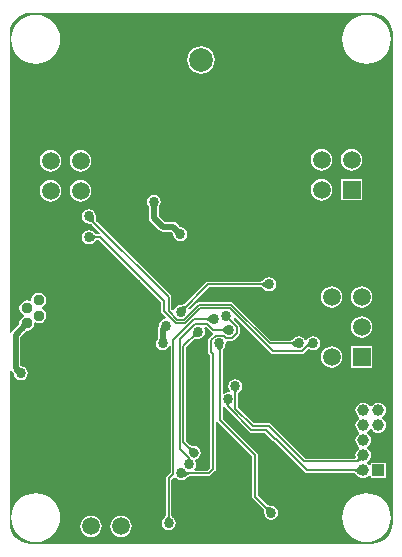
<source format=gbl>
G04 Layer_Physical_Order=2*
G04 Layer_Color=16711680*
%FSLAX24Y24*%
%MOIN*%
G70*
G01*
G75*
%ADD26C,0.0060*%
%ADD28C,0.0200*%
%ADD35R,0.0591X0.0591*%
%ADD36C,0.0591*%
%ADD37R,0.0591X0.0591*%
%ADD39C,0.0787*%
%ADD40C,0.0370*%
%ADD41C,0.0394*%
%ADD42R,0.0394X0.0394*%
%ADD43C,0.0340*%
%ADD44C,0.0320*%
%ADD45O,0.1102X0.0866*%
G36*
X-6029Y-344D02*
X-6172Y-487D01*
X-6173Y-486D01*
X-6175Y-484D01*
X-6198Y-460D01*
X-6244Y-413D01*
X-6103Y-272D01*
X-6029Y-344D01*
D02*
G37*
G36*
X-5809Y976D02*
X-5818Y976D01*
X-5827Y974D01*
X-5837Y970D01*
X-5847Y965D01*
X-5859Y958D01*
X-5871Y950D01*
X-5883Y940D01*
X-5910Y916D01*
X-5925Y902D01*
X-6066Y1044D01*
X-6052Y1058D01*
X-6019Y1098D01*
X-6010Y1110D01*
X-6004Y1121D01*
X-5999Y1132D01*
X-5995Y1142D01*
X-5993Y1151D01*
X-5992Y1160D01*
X-5809Y976D01*
D02*
G37*
G36*
X5840Y11489D02*
X5967Y11451D01*
X6084Y11389D01*
X6186Y11305D01*
X6270Y11202D01*
X6333Y11085D01*
X6371Y10959D01*
X6384Y10828D01*
X6384Y10827D01*
Y-5512D01*
X6384Y-5513D01*
X6371Y-5644D01*
X6333Y-5770D01*
X6270Y-5887D01*
X6186Y-5990D01*
X6084Y-6074D01*
X5967Y-6136D01*
X5840Y-6174D01*
X5710Y-6187D01*
X5709Y-6187D01*
X-5709D01*
X-5710Y-6187D01*
X-5840Y-6174D01*
X-5967Y-6136D01*
X-6084Y-6074D01*
X-6186Y-5990D01*
X-6270Y-5887D01*
X-6333Y-5770D01*
X-6371Y-5644D01*
X-6384Y-5513D01*
X-6384Y-5512D01*
Y-427D01*
X-6338Y-396D01*
X-6334Y-396D01*
X-6301Y-445D01*
X-6292Y-455D01*
X-6290Y-459D01*
X-6244Y-505D01*
X-6238Y-511D01*
X-6239Y-512D01*
X-6221Y-601D01*
X-6170Y-678D01*
X-6094Y-728D01*
X-6004Y-746D01*
X-5914Y-728D01*
X-5838Y-678D01*
X-5787Y-601D01*
X-5770Y-512D01*
X-5787Y-422D01*
X-5838Y-346D01*
X-5914Y-295D01*
X-6004Y-277D01*
X-6023Y-259D01*
Y715D01*
X-5884Y854D01*
X-5880Y856D01*
X-5866Y869D01*
X-5842Y890D01*
X-5832Y897D01*
X-5824Y903D01*
X-5817Y907D01*
X-5811Y910D01*
X-5808Y911D01*
X-5808Y911D01*
X-5804Y912D01*
X-5802Y913D01*
X-5711Y931D01*
X-5630Y985D01*
X-5576Y1066D01*
X-5557Y1161D01*
X-5558Y1163D01*
X-5516Y1191D01*
X-5509Y1186D01*
X-5413Y1167D01*
X-5318Y1186D01*
X-5237Y1241D01*
X-5183Y1322D01*
X-5164Y1417D01*
X-5183Y1513D01*
X-5237Y1594D01*
X-5317Y1648D01*
X-5318Y1653D01*
Y1694D01*
X-5317Y1699D01*
X-5237Y1752D01*
X-5183Y1834D01*
X-5164Y1929D01*
X-5183Y2025D01*
X-5237Y2106D01*
X-5318Y2160D01*
X-5413Y2179D01*
X-5509Y2160D01*
X-5590Y2106D01*
X-5644Y2025D01*
X-5663Y1929D01*
X-5663Y1927D01*
X-5704Y1899D01*
X-5711Y1904D01*
X-5807Y1923D01*
X-5903Y1904D01*
X-5984Y1850D01*
X-6038Y1769D01*
X-6057Y1673D01*
X-6038Y1578D01*
X-5984Y1497D01*
X-5904Y1443D01*
X-5903Y1438D01*
Y1397D01*
X-5904Y1392D01*
X-5984Y1338D01*
X-6038Y1257D01*
X-6056Y1166D01*
X-6057Y1165D01*
X-6057Y1161D01*
X-6057Y1160D01*
X-6058Y1157D01*
X-6061Y1152D01*
X-6065Y1145D01*
X-6070Y1137D01*
X-6100Y1102D01*
X-6113Y1089D01*
X-6115Y1085D01*
X-6301Y898D01*
X-6334Y849D01*
X-6338Y849D01*
X-6384Y880D01*
Y10827D01*
X-6384Y10828D01*
X-6371Y10959D01*
X-6333Y11085D01*
X-6270Y11202D01*
X-6186Y11305D01*
X-6084Y11389D01*
X-5967Y11451D01*
X-5840Y11489D01*
X-5710Y11502D01*
X-5709Y11502D01*
X5709D01*
X5710Y11502D01*
X5840Y11489D01*
D02*
G37*
%LPC*%
G36*
X-2673Y-5252D02*
X-2766Y-5264D01*
X-2852Y-5300D01*
X-2927Y-5357D01*
X-2984Y-5431D01*
X-3019Y-5517D01*
X-3032Y-5610D01*
X-3019Y-5703D01*
X-2984Y-5789D01*
X-2927Y-5864D01*
X-2852Y-5921D01*
X-2766Y-5956D01*
X-2673Y-5969D01*
X-2580Y-5956D01*
X-2494Y-5921D01*
X-2420Y-5864D01*
X-2363Y-5789D01*
X-2327Y-5703D01*
X-2315Y-5610D01*
X-2327Y-5517D01*
X-2363Y-5431D01*
X-2420Y-5357D01*
X-2494Y-5300D01*
X-2580Y-5264D01*
X-2673Y-5252D01*
D02*
G37*
G36*
X-1575Y5451D02*
X-1665Y5433D01*
X-1741Y5382D01*
X-1791Y5306D01*
X-1809Y5217D01*
X-1791Y5127D01*
X-1748Y5061D01*
X-1748Y5060D01*
X-1746Y5058D01*
X-1746Y5057D01*
X-1745Y5053D01*
X-1744Y5048D01*
X-1740Y4993D01*
X-1740Y4976D01*
X-1738Y4972D01*
Y4675D01*
X-1726Y4613D01*
X-1690Y4560D01*
X-1395Y4265D01*
X-1342Y4229D01*
X-1280Y4217D01*
X-1003D01*
X-978Y4192D01*
X-976Y4188D01*
X-952Y4162D01*
X-935Y4142D01*
X-929Y4135D01*
X-925Y4129D01*
X-923Y4125D01*
X-922Y4125D01*
X-922Y4122D01*
X-921Y4121D01*
X-906Y4044D01*
X-855Y3968D01*
X-779Y3917D01*
X-689Y3899D01*
X-599Y3917D01*
X-523Y3968D01*
X-472Y4044D01*
X-454Y4134D01*
X-472Y4224D01*
X-523Y4300D01*
X-599Y4351D01*
X-676Y4366D01*
X-677Y4367D01*
X-680Y4367D01*
X-680Y4368D01*
X-684Y4370D01*
X-689Y4373D01*
X-730Y4408D01*
X-742Y4420D01*
X-746Y4422D01*
X-820Y4495D01*
X-873Y4531D01*
X-935Y4543D01*
X-1212D01*
X-1412Y4743D01*
Y4972D01*
X-1410Y4976D01*
X-1409Y5010D01*
X-1407Y5037D01*
X-1406Y5046D01*
X-1405Y5053D01*
X-1403Y5057D01*
X-1403Y5058D01*
X-1402Y5060D01*
X-1402Y5061D01*
X-1358Y5127D01*
X-1340Y5217D01*
X-1358Y5306D01*
X-1409Y5382D01*
X-1485Y5433D01*
X-1575Y5451D01*
D02*
G37*
G36*
X-3673Y-5252D02*
X-3766Y-5264D01*
X-3852Y-5300D01*
X-3927Y-5357D01*
X-3984Y-5431D01*
X-4019Y-5517D01*
X-4032Y-5610D01*
X-4019Y-5703D01*
X-3984Y-5789D01*
X-3927Y-5864D01*
X-3852Y-5921D01*
X-3766Y-5956D01*
X-3673Y-5969D01*
X-3580Y-5956D01*
X-3494Y-5921D01*
X-3420Y-5864D01*
X-3363Y-5789D01*
X-3327Y-5703D01*
X-3315Y-5610D01*
X-3327Y-5517D01*
X-3363Y-5431D01*
X-3420Y-5357D01*
X-3494Y-5300D01*
X-3580Y-5264D01*
X-3673Y-5252D01*
D02*
G37*
G36*
X5512Y-4501D02*
X5353Y-4517D01*
X5200Y-4563D01*
X5060Y-4638D01*
X4936Y-4739D01*
X4835Y-4863D01*
X4760Y-5003D01*
X4714Y-5156D01*
X4698Y-5315D01*
X4714Y-5474D01*
X4760Y-5626D01*
X4835Y-5767D01*
X4936Y-5890D01*
X5060Y-5992D01*
X5200Y-6067D01*
X5353Y-6113D01*
X5512Y-6129D01*
X5671Y-6113D01*
X5823Y-6067D01*
X5964Y-5992D01*
X6087Y-5890D01*
X6189Y-5767D01*
X6264Y-5626D01*
X6310Y-5474D01*
X6326Y-5315D01*
X6310Y-5156D01*
X6264Y-5003D01*
X6189Y-4863D01*
X6087Y-4739D01*
X5964Y-4638D01*
X5823Y-4563D01*
X5671Y-4517D01*
X5512Y-4501D01*
D02*
G37*
G36*
X-3740Y4959D02*
X-3830Y4941D01*
X-3906Y4890D01*
X-3957Y4814D01*
X-3975Y4724D01*
X-3957Y4635D01*
X-3906Y4559D01*
X-3830Y4508D01*
X-3789Y4500D01*
X-3778Y4493D01*
X-3730Y4484D01*
X-3711Y4480D01*
X-3678Y4470D01*
X-3666Y4465D01*
X-3656Y4461D01*
X-3648Y4457D01*
X-3644Y4454D01*
X-3638Y4449D01*
X-3632Y4447D01*
X-3361Y4176D01*
X-3366Y4152D01*
X-3383Y4127D01*
X-3460D01*
X-3466Y4130D01*
X-3474Y4131D01*
X-3479Y4132D01*
X-3486Y4134D01*
X-3495Y4138D01*
X-3505Y4143D01*
X-3516Y4151D01*
X-3528Y4160D01*
X-3557Y4185D01*
X-3573Y4201D01*
X-3574Y4201D01*
X-3574Y4201D01*
X-3650Y4252D01*
X-3740Y4270D01*
X-3830Y4252D01*
X-3906Y4201D01*
X-3957Y4125D01*
X-3975Y4035D01*
X-3957Y3946D01*
X-3906Y3870D01*
X-3830Y3819D01*
X-3740Y3801D01*
X-3650Y3819D01*
X-3576Y3869D01*
X-3574Y3869D01*
X-3542Y3900D01*
X-3529Y3911D01*
X-3516Y3920D01*
X-3505Y3927D01*
X-3495Y3933D01*
X-3486Y3937D01*
X-3479Y3939D01*
X-3474Y3940D01*
X-3466Y3941D01*
X-3460Y3944D01*
X-3410D01*
X-1338Y1871D01*
Y1575D01*
X-1331Y1540D01*
X-1311Y1510D01*
X-1161Y1360D01*
X-1188Y1316D01*
X-1271Y1299D01*
X-1347Y1248D01*
X-1398Y1172D01*
X-1416Y1083D01*
X-1413Y1072D01*
X-1430Y1047D01*
X-1443Y984D01*
Y858D01*
X-1444Y853D01*
X-1443Y853D01*
X-1444Y852D01*
X-1443Y848D01*
Y737D01*
X-1444Y733D01*
X-1445Y698D01*
X-1447Y672D01*
X-1448Y663D01*
X-1450Y656D01*
X-1451Y651D01*
X-1451Y651D01*
X-1452Y648D01*
X-1452Y647D01*
X-1496Y582D01*
X-1514Y492D01*
X-1496Y402D01*
X-1445Y326D01*
X-1369Y275D01*
X-1280Y258D01*
X-1190Y275D01*
X-1114Y326D01*
X-1063Y402D01*
X-1063Y402D01*
X-1013Y397D01*
Y-3810D01*
X-1148Y-3945D01*
X-1167Y-3974D01*
X-1174Y-4009D01*
Y-5232D01*
X-1177Y-5238D01*
X-1178Y-5246D01*
X-1179Y-5251D01*
X-1181Y-5258D01*
X-1185Y-5266D01*
X-1191Y-5276D01*
X-1198Y-5288D01*
X-1207Y-5300D01*
X-1232Y-5329D01*
X-1248Y-5345D01*
X-1248Y-5346D01*
X-1248Y-5346D01*
X-1299Y-5422D01*
X-1317Y-5512D01*
X-1299Y-5602D01*
X-1248Y-5678D01*
X-1172Y-5728D01*
X-1083Y-5746D01*
X-993Y-5728D01*
X-917Y-5678D01*
X-866Y-5602D01*
X-848Y-5512D01*
X-866Y-5422D01*
X-916Y-5347D01*
X-917Y-5346D01*
X-947Y-5313D01*
X-958Y-5300D01*
X-967Y-5288D01*
X-975Y-5276D01*
X-980Y-5266D01*
X-984Y-5258D01*
X-986Y-5251D01*
X-987Y-5246D01*
X-988Y-5238D01*
X-991Y-5232D01*
Y-4047D01*
X-904Y-3961D01*
X-855Y-3966D01*
X-827Y-4007D01*
X-751Y-4058D01*
X-661Y-4076D01*
X-571Y-4058D01*
X-497Y-4008D01*
X-495Y-4008D01*
X-463Y-3977D01*
X-450Y-3966D01*
X-437Y-3957D01*
X-426Y-3950D01*
X-416Y-3944D01*
X-407Y-3940D01*
X-400Y-3938D01*
X-395Y-3937D01*
X-387Y-3936D01*
X-381Y-3933D01*
X247D01*
X283Y-3926D01*
X312Y-3906D01*
X469Y-3750D01*
X489Y-3720D01*
X496Y-3685D01*
Y-2126D01*
X519Y-2119D01*
X546Y-2118D01*
X561Y-2141D01*
X1704Y-3284D01*
Y-4613D01*
X1711Y-4648D01*
X1731Y-4678D01*
X2068Y-5016D01*
X2071Y-5022D01*
X2076Y-5028D01*
X2079Y-5033D01*
X2082Y-5039D01*
X2085Y-5048D01*
X2088Y-5059D01*
X2091Y-5072D01*
X2093Y-5087D01*
X2096Y-5126D01*
X2096Y-5148D01*
X2097Y-5149D01*
X2097Y-5149D01*
X2115Y-5239D01*
X2165Y-5315D01*
X2242Y-5366D01*
X2331Y-5384D01*
X2421Y-5366D01*
X2497Y-5315D01*
X2548Y-5239D01*
X2566Y-5149D01*
X2548Y-5059D01*
X2497Y-4983D01*
X2421Y-4932D01*
X2333Y-4915D01*
X2331Y-4914D01*
X2287Y-4913D01*
X2270Y-4911D01*
X2254Y-4909D01*
X2241Y-4906D01*
X2230Y-4903D01*
X2221Y-4900D01*
X2215Y-4896D01*
X2211Y-4894D01*
X2205Y-4888D01*
X2198Y-4886D01*
X1887Y-4575D01*
Y-3246D01*
X1880Y-3211D01*
X1860Y-3181D01*
X718Y-2038D01*
Y-1628D01*
X720Y-1625D01*
X766Y-1599D01*
X796Y-1614D01*
X797Y-1617D01*
X801Y-1636D01*
X821Y-1666D01*
X1608Y-2453D01*
X1638Y-2473D01*
X1673Y-2480D01*
X2127D01*
X2396Y-2748D01*
X2426Y-2768D01*
X2446Y-2772D01*
X3478Y-3805D01*
X3508Y-3825D01*
X3543Y-3832D01*
X5082D01*
X5088Y-3835D01*
X5097Y-3836D01*
X5103Y-3837D01*
X5112Y-3840D01*
X5122Y-3845D01*
X5135Y-3852D01*
X5149Y-3862D01*
X5164Y-3873D01*
X5200Y-3905D01*
X5219Y-3924D01*
X5228Y-3928D01*
X5276Y-3965D01*
X5338Y-3990D01*
X5406Y-3999D01*
X5473Y-3990D01*
X5535Y-3965D01*
X5589Y-3923D01*
X5599Y-3910D01*
X5649Y-3927D01*
Y-3997D01*
X6162D01*
Y-3483D01*
X5649D01*
Y-3553D01*
X5599Y-3570D01*
X5589Y-3557D01*
X5537Y-3518D01*
X5533Y-3491D01*
Y-3490D01*
X5537Y-3463D01*
X5589Y-3423D01*
X5630Y-3370D01*
X5656Y-3307D01*
X5665Y-3240D01*
X5656Y-3173D01*
X5630Y-3111D01*
X5589Y-3057D01*
X5537Y-3018D01*
X5533Y-2991D01*
Y-2990D01*
X5537Y-2963D01*
X5589Y-2923D01*
X5630Y-2870D01*
X5656Y-2807D01*
X5665Y-2740D01*
X5656Y-2673D01*
X5630Y-2611D01*
X5589Y-2557D01*
X5537Y-2518D01*
X5533Y-2491D01*
Y-2490D01*
X5537Y-2463D01*
X5589Y-2423D01*
X5628Y-2372D01*
X5655Y-2368D01*
X5656D01*
X5683Y-2372D01*
X5722Y-2423D01*
X5776Y-2465D01*
X5838Y-2490D01*
X5906Y-2499D01*
X5973Y-2490D01*
X6035Y-2465D01*
X6089Y-2423D01*
X6130Y-2370D01*
X6156Y-2307D01*
X6165Y-2240D01*
X6156Y-2173D01*
X6130Y-2111D01*
X6089Y-2057D01*
X6037Y-2018D01*
X6033Y-1991D01*
Y-1990D01*
X6037Y-1963D01*
X6089Y-1923D01*
X6130Y-1870D01*
X6156Y-1807D01*
X6165Y-1740D01*
X6156Y-1673D01*
X6130Y-1611D01*
X6089Y-1557D01*
X6035Y-1516D01*
X5973Y-1490D01*
X5906Y-1481D01*
X5838Y-1490D01*
X5776Y-1516D01*
X5722Y-1557D01*
X5683Y-1608D01*
X5656Y-1612D01*
X5655D01*
X5628Y-1608D01*
X5589Y-1557D01*
X5535Y-1516D01*
X5473Y-1490D01*
X5406Y-1481D01*
X5338Y-1490D01*
X5276Y-1516D01*
X5222Y-1557D01*
X5181Y-1611D01*
X5155Y-1673D01*
X5146Y-1740D01*
X5155Y-1807D01*
X5181Y-1870D01*
X5222Y-1923D01*
X5274Y-1963D01*
X5278Y-1990D01*
Y-1991D01*
X5274Y-2018D01*
X5222Y-2057D01*
X5181Y-2111D01*
X5155Y-2173D01*
X5146Y-2240D01*
X5155Y-2307D01*
X5181Y-2370D01*
X5222Y-2423D01*
X5274Y-2463D01*
X5278Y-2490D01*
Y-2491D01*
X5274Y-2518D01*
X5222Y-2557D01*
X5181Y-2611D01*
X5155Y-2673D01*
X5146Y-2740D01*
X5155Y-2807D01*
X5181Y-2870D01*
X5222Y-2923D01*
X5274Y-2963D01*
X5278Y-2990D01*
Y-2991D01*
X5274Y-3018D01*
X5222Y-3057D01*
X5181Y-3111D01*
X5155Y-3173D01*
X5146Y-3240D01*
X5151Y-3273D01*
X5148Y-3280D01*
X5150Y-3285D01*
X5149Y-3291D01*
X5151Y-3304D01*
X5151Y-3307D01*
X5128Y-3340D01*
X5113Y-3353D01*
X3469D01*
X2315Y-2199D01*
X2286Y-2179D01*
X2250Y-2172D01*
X1757D01*
X1234Y-1649D01*
Y-1506D01*
X1238Y-1486D01*
Y-1172D01*
X1237Y-1167D01*
X1237Y-1162D01*
X1237Y-1158D01*
X1237Y-1158D01*
X1308Y-1111D01*
X1358Y-1035D01*
X1376Y-945D01*
X1358Y-855D01*
X1308Y-779D01*
X1231Y-728D01*
X1142Y-710D01*
X1052Y-728D01*
X976Y-779D01*
X925Y-855D01*
X907Y-945D01*
X925Y-1035D01*
X976Y-1110D01*
X975Y-1112D01*
X956Y-1157D01*
X886Y-1143D01*
X796Y-1161D01*
X768Y-1180D01*
X718Y-1154D01*
Y222D01*
X721Y229D01*
X721Y235D01*
X722Y241D01*
X724Y249D01*
X728Y259D01*
X733Y271D01*
X773Y342D01*
X787Y363D01*
X789Y375D01*
X807Y402D01*
X825Y492D01*
X816Y538D01*
X817Y544D01*
X857Y587D01*
X1042D01*
X1077Y594D01*
X1107Y614D01*
X1259Y766D01*
X1279Y796D01*
X1286Y831D01*
Y1046D01*
X1279Y1081D01*
X1259Y1111D01*
X1103Y1267D01*
X1101Y1274D01*
X1096Y1280D01*
X1093Y1284D01*
X1090Y1290D01*
X1087Y1299D01*
X1084Y1310D01*
X1081Y1322D01*
X1080Y1335D01*
X1083Y1338D01*
X1128Y1356D01*
X2318Y167D01*
X2347Y147D01*
X2383Y140D01*
X3356D01*
X3391Y147D01*
X3421Y167D01*
X3550Y297D01*
X3557Y299D01*
X3564Y305D01*
X3567Y307D01*
X3569Y308D01*
X3571Y309D01*
X3574Y309D01*
X3579Y308D01*
X3585Y307D01*
X3594Y304D01*
X3604Y299D01*
X3619Y291D01*
X3629Y290D01*
X3650Y275D01*
X3740Y258D01*
X3830Y275D01*
X3906Y326D01*
X3957Y402D01*
X3975Y492D01*
X3957Y582D01*
X3906Y658D01*
X3830Y709D01*
X3740Y727D01*
X3650Y709D01*
X3574Y658D01*
X3543Y610D01*
X3533Y603D01*
X3514Y591D01*
X3465Y582D01*
X3414Y658D01*
X3338Y709D01*
X3248Y727D01*
X3158Y709D01*
X3084Y659D01*
X3082Y658D01*
X3050Y628D01*
X3037Y617D01*
X3024Y608D01*
X3013Y600D01*
X3003Y595D01*
X2994Y591D01*
X2987Y589D01*
X2982Y587D01*
X2974Y587D01*
X2968Y584D01*
X2330D01*
X1065Y1849D01*
X1036Y1869D01*
X1000Y1876D01*
X-77D01*
X-112Y1869D01*
X-142Y1849D01*
X-366Y1625D01*
X-428Y1633D01*
X-436Y1647D01*
X-435Y1649D01*
X-432Y1657D01*
X-429Y1664D01*
X-426Y1668D01*
X-421Y1674D01*
X-418Y1681D01*
X270Y2369D01*
X1984D01*
X1990Y2366D01*
X1998Y2365D01*
X2003Y2364D01*
X2010Y2362D01*
X2018Y2358D01*
X2028Y2353D01*
X2040Y2345D01*
X2052Y2336D01*
X2081Y2311D01*
X2097Y2295D01*
X2098Y2295D01*
X2098Y2295D01*
X2174Y2244D01*
X2264Y2226D01*
X2354Y2244D01*
X2430Y2295D01*
X2480Y2371D01*
X2498Y2461D01*
X2480Y2550D01*
X2430Y2626D01*
X2354Y2677D01*
X2264Y2695D01*
X2174Y2677D01*
X2099Y2627D01*
X2098Y2627D01*
X2065Y2596D01*
X2052Y2585D01*
X2040Y2576D01*
X2028Y2569D01*
X2018Y2563D01*
X2010Y2559D01*
X2003Y2557D01*
X1998Y2556D01*
X1990Y2555D01*
X1984Y2552D01*
X232D01*
X197Y2545D01*
X167Y2526D01*
X-548Y1810D01*
X-555Y1808D01*
X-561Y1803D01*
X-565Y1800D01*
X-571Y1797D01*
X-580Y1793D01*
X-591Y1790D01*
X-604Y1787D01*
X-619Y1785D01*
X-658Y1783D01*
X-680Y1782D01*
X-681Y1782D01*
X-681Y1782D01*
X-771Y1764D01*
X-847Y1713D01*
X-898Y1637D01*
X-905Y1604D01*
X-954Y1589D01*
X-991Y1621D01*
Y2028D01*
X-998Y2063D01*
X-1018Y2093D01*
X-3492Y4567D01*
X-3493Y4571D01*
X-3496Y4573D01*
X-3497Y4576D01*
X-3503Y4583D01*
X-3505Y4587D01*
X-3508Y4592D01*
X-3510Y4599D01*
X-3512Y4608D01*
X-3513Y4619D01*
X-3514Y4632D01*
X-3513Y4647D01*
X-3512Y4665D01*
X-3509Y4685D01*
X-3511Y4696D01*
X-3506Y4724D01*
X-3523Y4814D01*
X-3574Y4890D01*
X-3650Y4941D01*
X-3740Y4959D01*
D02*
G37*
G36*
X4354Y398D02*
X4262Y386D01*
X4175Y350D01*
X4101Y293D01*
X4044Y219D01*
X4008Y132D01*
X3996Y39D01*
X4008Y-53D01*
X4044Y-140D01*
X4101Y-214D01*
X4175Y-271D01*
X4262Y-307D01*
X4354Y-319D01*
X4447Y-307D01*
X4534Y-271D01*
X4608Y-214D01*
X4665Y-140D01*
X4700Y-53D01*
X4713Y39D01*
X4700Y132D01*
X4665Y219D01*
X4608Y293D01*
X4534Y350D01*
X4447Y386D01*
X4354Y398D01*
D02*
G37*
G36*
X5710Y395D02*
X4999D01*
Y-316D01*
X5710D01*
Y395D01*
D02*
G37*
G36*
X5354Y1398D02*
X5262Y1385D01*
X5175Y1350D01*
X5101Y1293D01*
X5044Y1219D01*
X5008Y1132D01*
X4996Y1039D01*
X5008Y947D01*
X5044Y860D01*
X5101Y786D01*
X5175Y729D01*
X5262Y693D01*
X5354Y681D01*
X5447Y693D01*
X5533Y729D01*
X5608Y786D01*
X5665Y860D01*
X5700Y947D01*
X5713Y1039D01*
X5700Y1132D01*
X5665Y1219D01*
X5608Y1293D01*
X5533Y1350D01*
X5447Y1385D01*
X5354Y1398D01*
D02*
G37*
G36*
Y2398D02*
X5262Y2386D01*
X5175Y2350D01*
X5101Y2293D01*
X5044Y2219D01*
X5008Y2132D01*
X4996Y2039D01*
X5008Y1947D01*
X5044Y1860D01*
X5101Y1786D01*
X5175Y1729D01*
X5262Y1693D01*
X5354Y1681D01*
X5447Y1693D01*
X5533Y1729D01*
X5608Y1786D01*
X5665Y1860D01*
X5700Y1947D01*
X5713Y2039D01*
X5700Y2132D01*
X5665Y2219D01*
X5608Y2293D01*
X5533Y2350D01*
X5447Y2386D01*
X5354Y2398D01*
D02*
G37*
G36*
X4354D02*
X4262Y2386D01*
X4175Y2350D01*
X4101Y2293D01*
X4044Y2219D01*
X4008Y2132D01*
X3996Y2039D01*
X4008Y1947D01*
X4044Y1860D01*
X4101Y1786D01*
X4175Y1729D01*
X4262Y1693D01*
X4354Y1681D01*
X4447Y1693D01*
X4534Y1729D01*
X4608Y1786D01*
X4665Y1860D01*
X4700Y1947D01*
X4713Y2039D01*
X4700Y2132D01*
X4665Y2219D01*
X4608Y2293D01*
X4534Y2350D01*
X4447Y2386D01*
X4354Y2398D01*
D02*
G37*
G36*
X5020Y6969D02*
X4927Y6956D01*
X4841Y6921D01*
X4766Y6864D01*
X4709Y6789D01*
X4674Y6703D01*
X4661Y6610D01*
X4674Y6517D01*
X4709Y6431D01*
X4766Y6357D01*
X4841Y6300D01*
X4927Y6264D01*
X5020Y6252D01*
X5112Y6264D01*
X5199Y6300D01*
X5273Y6357D01*
X5330Y6431D01*
X5366Y6517D01*
X5378Y6610D01*
X5366Y6703D01*
X5330Y6789D01*
X5273Y6864D01*
X5199Y6921D01*
X5112Y6956D01*
X5020Y6969D01*
D02*
G37*
G36*
X4020D02*
X3927Y6956D01*
X3841Y6921D01*
X3766Y6864D01*
X3709Y6789D01*
X3674Y6703D01*
X3661Y6610D01*
X3674Y6517D01*
X3709Y6431D01*
X3766Y6357D01*
X3841Y6300D01*
X3927Y6264D01*
X4020Y6252D01*
X4112Y6264D01*
X4199Y6300D01*
X4273Y6357D01*
X4330Y6431D01*
X4366Y6517D01*
X4378Y6610D01*
X4366Y6703D01*
X4330Y6789D01*
X4273Y6864D01*
X4199Y6921D01*
X4112Y6956D01*
X4020Y6969D01*
D02*
G37*
G36*
X-4020Y6937D02*
X-4112Y6925D01*
X-4199Y6889D01*
X-4273Y6832D01*
X-4330Y6758D01*
X-4366Y6671D01*
X-4378Y6579D01*
X-4366Y6486D01*
X-4330Y6400D01*
X-4273Y6325D01*
X-4199Y6268D01*
X-4112Y6233D01*
X-4020Y6220D01*
X-3927Y6233D01*
X-3841Y6268D01*
X-3766Y6325D01*
X-3709Y6400D01*
X-3674Y6486D01*
X-3661Y6579D01*
X-3674Y6671D01*
X-3709Y6758D01*
X-3766Y6832D01*
X-3841Y6889D01*
X-3927Y6925D01*
X-4020Y6937D01*
D02*
G37*
G36*
X5512Y11444D02*
X5353Y11428D01*
X5200Y11382D01*
X5060Y11307D01*
X4936Y11205D01*
X4835Y11082D01*
X4760Y10941D01*
X4714Y10789D01*
X4698Y10630D01*
X4714Y10471D01*
X4760Y10318D01*
X4835Y10178D01*
X4936Y10054D01*
X5060Y9953D01*
X5200Y9878D01*
X5353Y9832D01*
X5512Y9816D01*
X5671Y9832D01*
X5823Y9878D01*
X5964Y9953D01*
X6087Y10054D01*
X6189Y10178D01*
X6264Y10318D01*
X6310Y10471D01*
X6326Y10630D01*
X6310Y10789D01*
X6264Y10941D01*
X6189Y11082D01*
X6087Y11205D01*
X5964Y11307D01*
X5823Y11382D01*
X5671Y11428D01*
X5512Y11444D01*
D02*
G37*
G36*
X-5512D02*
X-5671Y11428D01*
X-5823Y11382D01*
X-5964Y11307D01*
X-6087Y11205D01*
X-6189Y11082D01*
X-6264Y10941D01*
X-6310Y10789D01*
X-6326Y10630D01*
X-6310Y10471D01*
X-6264Y10318D01*
X-6189Y10178D01*
X-6087Y10054D01*
X-5964Y9953D01*
X-5823Y9878D01*
X-5671Y9832D01*
X-5512Y9816D01*
X-5353Y9832D01*
X-5200Y9878D01*
X-5060Y9953D01*
X-4936Y10054D01*
X-4835Y10178D01*
X-4760Y10318D01*
X-4714Y10471D01*
X-4698Y10630D01*
X-4714Y10789D01*
X-4760Y10941D01*
X-4835Y11082D01*
X-4936Y11205D01*
X-5060Y11307D01*
X-5200Y11382D01*
X-5353Y11428D01*
X-5512Y11444D01*
D02*
G37*
G36*
X0Y10399D02*
X-118Y10383D01*
X-229Y10337D01*
X-324Y10265D01*
X-396Y10170D01*
X-442Y10059D01*
X-458Y9941D01*
X-442Y9822D01*
X-396Y9712D01*
X-324Y9617D01*
X-229Y9545D01*
X-118Y9499D01*
X0Y9483D01*
X118Y9499D01*
X229Y9545D01*
X324Y9617D01*
X396Y9712D01*
X442Y9822D01*
X458Y9941D01*
X442Y10059D01*
X396Y10170D01*
X324Y10265D01*
X229Y10337D01*
X118Y10383D01*
X0Y10399D01*
D02*
G37*
G36*
X-5020Y6937D02*
X-5112Y6925D01*
X-5199Y6889D01*
X-5273Y6832D01*
X-5330Y6758D01*
X-5366Y6671D01*
X-5378Y6579D01*
X-5366Y6486D01*
X-5330Y6400D01*
X-5273Y6325D01*
X-5199Y6268D01*
X-5112Y6233D01*
X-5020Y6220D01*
X-4927Y6233D01*
X-4841Y6268D01*
X-4766Y6325D01*
X-4709Y6400D01*
X-4674Y6486D01*
X-4661Y6579D01*
X-4674Y6671D01*
X-4709Y6758D01*
X-4766Y6832D01*
X-4841Y6889D01*
X-4927Y6925D01*
X-5020Y6937D01*
D02*
G37*
G36*
X-4020Y5937D02*
X-4112Y5925D01*
X-4199Y5889D01*
X-4273Y5832D01*
X-4330Y5758D01*
X-4366Y5671D01*
X-4378Y5579D01*
X-4366Y5486D01*
X-4330Y5400D01*
X-4273Y5325D01*
X-4199Y5268D01*
X-4112Y5233D01*
X-4020Y5220D01*
X-3927Y5233D01*
X-3841Y5268D01*
X-3766Y5325D01*
X-3709Y5400D01*
X-3674Y5486D01*
X-3661Y5579D01*
X-3674Y5671D01*
X-3709Y5758D01*
X-3766Y5832D01*
X-3841Y5889D01*
X-3927Y5925D01*
X-4020Y5937D01*
D02*
G37*
G36*
X4020Y5969D02*
X3927Y5956D01*
X3841Y5921D01*
X3766Y5864D01*
X3709Y5789D01*
X3674Y5703D01*
X3661Y5610D01*
X3674Y5517D01*
X3709Y5431D01*
X3766Y5357D01*
X3841Y5300D01*
X3927Y5264D01*
X4020Y5252D01*
X4112Y5264D01*
X4199Y5300D01*
X4273Y5357D01*
X4330Y5431D01*
X4366Y5517D01*
X4378Y5610D01*
X4366Y5703D01*
X4330Y5789D01*
X4273Y5864D01*
X4199Y5921D01*
X4112Y5956D01*
X4020Y5969D01*
D02*
G37*
G36*
X-5512Y-4501D02*
X-5671Y-4517D01*
X-5823Y-4563D01*
X-5964Y-4638D01*
X-6087Y-4739D01*
X-6189Y-4863D01*
X-6264Y-5003D01*
X-6310Y-5156D01*
X-6326Y-5315D01*
X-6310Y-5474D01*
X-6264Y-5626D01*
X-6189Y-5767D01*
X-6087Y-5890D01*
X-5964Y-5992D01*
X-5823Y-6067D01*
X-5671Y-6113D01*
X-5512Y-6129D01*
X-5353Y-6113D01*
X-5200Y-6067D01*
X-5060Y-5992D01*
X-4936Y-5890D01*
X-4835Y-5767D01*
X-4760Y-5626D01*
X-4714Y-5474D01*
X-4698Y-5315D01*
X-4714Y-5156D01*
X-4760Y-5003D01*
X-4835Y-4863D01*
X-4936Y-4739D01*
X-5060Y-4638D01*
X-5200Y-4563D01*
X-5353Y-4517D01*
X-5512Y-4501D01*
D02*
G37*
G36*
X-5020Y5937D02*
X-5112Y5925D01*
X-5199Y5889D01*
X-5273Y5832D01*
X-5330Y5758D01*
X-5366Y5671D01*
X-5378Y5579D01*
X-5366Y5486D01*
X-5330Y5400D01*
X-5273Y5325D01*
X-5199Y5268D01*
X-5112Y5233D01*
X-5020Y5220D01*
X-4927Y5233D01*
X-4841Y5268D01*
X-4766Y5325D01*
X-4709Y5400D01*
X-4674Y5486D01*
X-4661Y5579D01*
X-4674Y5671D01*
X-4709Y5758D01*
X-4766Y5832D01*
X-4841Y5889D01*
X-4927Y5925D01*
X-5020Y5937D01*
D02*
G37*
G36*
X5375Y5966D02*
X4664D01*
Y5255D01*
X5375D01*
Y5966D01*
D02*
G37*
%LPD*%
G36*
X-523Y-3739D02*
X-490Y-3768D01*
X-474Y-3780D01*
X-459Y-3789D01*
X-445Y-3797D01*
X-431Y-3804D01*
X-417Y-3808D01*
X-404Y-3811D01*
X-392Y-3812D01*
Y-3872D01*
X-404Y-3872D01*
X-417Y-3875D01*
X-431Y-3880D01*
X-445Y-3886D01*
X-459Y-3894D01*
X-474Y-3904D01*
X-490Y-3915D01*
X-506Y-3929D01*
X-540Y-3961D01*
Y-3723D01*
X-523Y-3739D01*
D02*
G37*
G36*
X1197Y-1106D02*
X1192Y-1110D01*
X1187Y-1114D01*
X1183Y-1120D01*
X1180Y-1126D01*
X1177Y-1132D01*
X1175Y-1140D01*
X1173Y-1148D01*
X1172Y-1158D01*
X1172Y-1168D01*
X1112D01*
X1111Y-1158D01*
X1110Y-1148D01*
X1109Y-1140D01*
X1107Y-1132D01*
X1104Y-1126D01*
X1100Y-1120D01*
X1096Y-1114D01*
X1091Y-1110D01*
X1086Y-1106D01*
X1080Y-1103D01*
X1203D01*
X1197Y-1106D01*
D02*
G37*
G36*
X2171Y-4946D02*
X2182Y-4953D01*
X2195Y-4959D01*
X2209Y-4965D01*
X2225Y-4969D01*
X2243Y-4973D01*
X2262Y-4976D01*
X2283Y-4978D01*
X2330Y-4979D01*
X2161Y-5147D01*
X2161Y-5123D01*
X2158Y-5080D01*
X2155Y-5061D01*
X2151Y-5043D01*
X2147Y-5027D01*
X2141Y-5013D01*
X2135Y-5000D01*
X2128Y-4989D01*
X2120Y-4980D01*
X2162Y-4937D01*
X2171Y-4946D01*
D02*
G37*
G36*
X-1052Y-5255D02*
X-1049Y-5268D01*
X-1045Y-5281D01*
X-1038Y-5295D01*
X-1030Y-5310D01*
X-1021Y-5325D01*
X-1009Y-5340D01*
X-996Y-5357D01*
X-964Y-5390D01*
X-1202D01*
X-1185Y-5373D01*
X-1156Y-5340D01*
X-1145Y-5325D01*
X-1135Y-5310D01*
X-1127Y-5295D01*
X-1121Y-5281D01*
X-1116Y-5268D01*
X-1114Y-5255D01*
X-1113Y-5242D01*
X-1053D01*
X-1052Y-5255D01*
D02*
G37*
G36*
X941Y-1539D02*
X936Y-1543D01*
X931Y-1547D01*
X927Y-1553D01*
X924Y-1559D01*
X921Y-1565D01*
X919Y-1573D01*
X917Y-1582D01*
X916Y-1591D01*
X916Y-1601D01*
X856D01*
X856Y-1591D01*
X855Y-1582D01*
X853Y-1573D01*
X851Y-1565D01*
X848Y-1559D01*
X844Y-1553D01*
X840Y-1547D01*
X836Y-1543D01*
X830Y-1539D01*
X824Y-1536D01*
X947D01*
X941Y-1539D01*
D02*
G37*
G36*
X5366Y-3433D02*
X5348Y-3430D01*
X5331Y-3428D01*
X5314Y-3428D01*
X5299Y-3429D01*
X5284Y-3432D01*
X5270Y-3436D01*
X5257Y-3441D01*
X5244Y-3448D01*
X5233Y-3456D01*
X5222Y-3466D01*
X5180Y-3424D01*
X5189Y-3413D01*
X5198Y-3401D01*
X5204Y-3389D01*
X5210Y-3376D01*
X5214Y-3362D01*
X5217Y-3347D01*
X5218Y-3331D01*
X5217Y-3315D01*
X5216Y-3298D01*
X5213Y-3280D01*
X5366Y-3433D01*
D02*
G37*
G36*
X5265Y-3878D02*
X5244Y-3857D01*
X5205Y-3823D01*
X5187Y-3809D01*
X5169Y-3797D01*
X5152Y-3787D01*
X5136Y-3780D01*
X5121Y-3774D01*
X5107Y-3771D01*
X5093Y-3770D01*
Y-3710D01*
X5107Y-3709D01*
X5121Y-3706D01*
X5136Y-3700D01*
X5152Y-3693D01*
X5169Y-3683D01*
X5187Y-3671D01*
X5205Y-3657D01*
X5244Y-3623D01*
X5265Y-3602D01*
Y-3878D01*
D02*
G37*
G36*
X-385Y-2957D02*
X-375Y-2964D01*
X-363Y-2970D01*
X-349Y-2976D01*
X-334Y-2980D01*
X-318Y-2984D01*
X-300Y-2986D01*
X-281Y-2988D01*
X-238Y-2990D01*
X-396Y-3148D01*
X-396Y-3126D01*
X-399Y-3086D01*
X-402Y-3068D01*
X-406Y-3052D01*
X-410Y-3037D01*
X-415Y-3023D01*
X-422Y-3011D01*
X-429Y-3001D01*
X-436Y-2992D01*
X-394Y-2949D01*
X-385Y-2957D01*
D02*
G37*
G36*
X-364Y-3351D02*
X-362Y-3375D01*
X-362Y-3376D01*
X-361Y-3376D01*
X-426D01*
X-426Y-3376D01*
X-425Y-3375D01*
X-425Y-3373D01*
X-424Y-3371D01*
X-424Y-3365D01*
X-424Y-3346D01*
X-364D01*
X-364Y-3351D01*
D02*
G37*
G36*
X2142Y2342D02*
X2125Y2359D01*
X2092Y2387D01*
X2077Y2399D01*
X2062Y2408D01*
X2047Y2416D01*
X2033Y2423D01*
X2020Y2427D01*
X2007Y2430D01*
X1994Y2431D01*
Y2491D01*
X2007Y2492D01*
X2020Y2494D01*
X2033Y2499D01*
X2047Y2505D01*
X2062Y2513D01*
X2077Y2523D01*
X2092Y2534D01*
X2109Y2548D01*
X2142Y2580D01*
Y2342D01*
D02*
G37*
G36*
X-470Y1717D02*
X-478Y1707D01*
X-485Y1696D01*
X-491Y1684D01*
X-497Y1669D01*
X-502Y1653D01*
X-505Y1636D01*
X-508Y1617D01*
X-510Y1596D01*
X-511Y1549D01*
X-680Y1717D01*
X-655Y1718D01*
X-612Y1721D01*
X-593Y1724D01*
X-575Y1727D01*
X-559Y1732D01*
X-545Y1737D01*
X-533Y1744D01*
X-521Y1751D01*
X-512Y1759D01*
X-470Y1717D01*
D02*
G37*
G36*
X302Y1182D02*
X285Y1198D01*
X252Y1227D01*
X237Y1239D01*
X222Y1248D01*
X207Y1256D01*
X193Y1263D01*
X180Y1267D01*
X167Y1270D01*
X154Y1271D01*
Y1331D01*
X167Y1331D01*
X180Y1334D01*
X193Y1339D01*
X207Y1345D01*
X222Y1353D01*
X237Y1363D01*
X252Y1374D01*
X268Y1388D01*
X302Y1420D01*
Y1182D01*
D02*
G37*
G36*
X-3602Y4138D02*
X-3569Y4109D01*
X-3553Y4097D01*
X-3538Y4088D01*
X-3524Y4080D01*
X-3510Y4073D01*
X-3496Y4069D01*
X-3483Y4066D01*
X-3471Y4065D01*
Y4005D01*
X-3483Y4005D01*
X-3496Y4002D01*
X-3510Y3997D01*
X-3524Y3991D01*
X-3538Y3983D01*
X-3553Y3973D01*
X-3569Y3962D01*
X-3585Y3948D01*
X-3619Y3916D01*
Y4154D01*
X-3602Y4138D01*
D02*
G37*
G36*
X-1459Y5091D02*
X-1463Y5084D01*
X-1465Y5077D01*
X-1468Y5067D01*
X-1470Y5056D01*
X-1472Y5044D01*
X-1474Y5014D01*
X-1475Y4977D01*
X-1675D01*
X-1675Y4996D01*
X-1680Y5056D01*
X-1682Y5067D01*
X-1684Y5077D01*
X-1687Y5084D01*
X-1690Y5091D01*
X-1694Y5095D01*
X-1456D01*
X-1459Y5091D01*
D02*
G37*
G36*
X-3576Y4673D02*
X-3578Y4652D01*
X-3579Y4632D01*
X-3578Y4614D01*
X-3576Y4597D01*
X-3573Y4582D01*
X-3568Y4568D01*
X-3562Y4555D01*
X-3555Y4544D01*
X-3546Y4534D01*
X-3596Y4498D01*
X-3604Y4506D01*
X-3615Y4513D01*
X-3627Y4519D01*
X-3641Y4526D01*
X-3657Y4532D01*
X-3695Y4543D01*
X-3717Y4547D01*
X-3766Y4556D01*
X-3573Y4695D01*
X-3576Y4673D01*
D02*
G37*
G36*
X-774Y4361D02*
X-728Y4321D01*
X-719Y4315D01*
X-711Y4310D01*
X-703Y4307D01*
X-696Y4304D01*
X-691Y4304D01*
X-859Y4136D01*
X-860Y4141D01*
X-862Y4148D01*
X-865Y4155D01*
X-870Y4164D01*
X-876Y4173D01*
X-884Y4183D01*
X-904Y4206D01*
X-929Y4232D01*
X-788Y4374D01*
X-774Y4361D01*
D02*
G37*
G36*
X813Y820D02*
X796Y836D01*
X763Y865D01*
X747Y877D01*
X732Y886D01*
X718Y894D01*
X704Y901D01*
X690Y905D01*
X678Y908D01*
X665Y909D01*
Y969D01*
X678Y969D01*
X690Y972D01*
X704Y977D01*
X718Y983D01*
X732Y991D01*
X747Y1001D01*
X763Y1012D01*
X779Y1026D01*
X813Y1058D01*
Y820D01*
D02*
G37*
G36*
X3127Y373D02*
X3109Y390D01*
X3077Y419D01*
X3061Y430D01*
X3046Y440D01*
X3031Y448D01*
X3018Y454D01*
X3004Y459D01*
X2991Y461D01*
X2979Y462D01*
Y522D01*
X2991Y523D01*
X3004Y526D01*
X3018Y530D01*
X3031Y536D01*
X3046Y544D01*
X3061Y554D01*
X3077Y566D01*
X3093Y579D01*
X3127Y611D01*
Y373D01*
D02*
G37*
G36*
X3651Y348D02*
X3634Y357D01*
X3618Y364D01*
X3603Y370D01*
X3588Y373D01*
X3574Y374D01*
X3561Y373D01*
X3548Y370D01*
X3536Y365D01*
X3525Y357D01*
X3514Y348D01*
X3498Y417D01*
X3503Y423D01*
X3509Y430D01*
X3524Y453D01*
X3553Y502D01*
X3589Y571D01*
X3651Y348D01*
D02*
G37*
G36*
X718Y376D02*
X675Y299D01*
X668Y284D01*
X663Y269D01*
X659Y256D01*
X657Y244D01*
X656Y233D01*
X596Y220D01*
X595Y234D01*
X592Y247D01*
X587Y260D01*
X580Y273D01*
X572Y286D01*
X561Y299D01*
X549Y311D01*
X534Y324D01*
X518Y336D01*
X499Y349D01*
X732Y398D01*
X718Y376D01*
D02*
G37*
G36*
X-1179Y713D02*
X-1175Y652D01*
X-1173Y641D01*
X-1170Y632D01*
X-1167Y624D01*
X-1164Y618D01*
X-1161Y614D01*
X-1399D01*
X-1395Y618D01*
X-1392Y624D01*
X-1389Y632D01*
X-1386Y641D01*
X-1384Y652D01*
X-1383Y665D01*
X-1380Y695D01*
X-1380Y732D01*
X-1180D01*
X-1179Y713D01*
D02*
G37*
G36*
X-1154Y915D02*
X-1159Y913D01*
X-1163Y909D01*
X-1167Y904D01*
X-1170Y896D01*
X-1173Y887D01*
X-1176Y875D01*
X-1177Y862D01*
X-1179Y830D01*
X-1180Y811D01*
X-1380Y842D01*
X-1345Y1039D01*
X-1154Y915D01*
D02*
G37*
G36*
X-100Y716D02*
X-124Y716D01*
X-168Y713D01*
X-187Y710D01*
X-204Y706D01*
X-220Y701D01*
X-235Y696D01*
X-247Y690D01*
X-258Y682D01*
X-268Y674D01*
X-310Y717D01*
X-302Y726D01*
X-295Y737D01*
X-288Y750D01*
X-283Y764D01*
X-278Y780D01*
X-274Y798D01*
X-272Y817D01*
X-270Y838D01*
X-268Y884D01*
X-100Y716D01*
D02*
G37*
G36*
X348Y874D02*
X378Y854D01*
X383Y853D01*
X400Y799D01*
X266Y665D01*
X246Y635D01*
X239Y600D01*
Y207D01*
X246Y172D01*
X266Y142D01*
X312Y96D01*
Y-3647D01*
X209Y-3750D01*
X-206D01*
X-222Y-3700D01*
X-177Y-3633D01*
X-159Y-3543D01*
X-177Y-3454D01*
X-201Y-3418D01*
X-178Y-3362D01*
X-150Y-3357D01*
X-78Y-3308D01*
X-29Y-3235D01*
X-12Y-3150D01*
X-29Y-3064D01*
X-78Y-2991D01*
X-150Y-2942D01*
X-233Y-2926D01*
X-236Y-2925D01*
X-277Y-2924D01*
X-292Y-2922D01*
X-306Y-2920D01*
X-318Y-2917D01*
X-328Y-2914D01*
X-336Y-2911D01*
X-342Y-2908D01*
X-345Y-2906D01*
X-351Y-2900D01*
X-358Y-2898D01*
X-499Y-2757D01*
Y356D01*
X-232Y623D01*
X-225Y625D01*
X-219Y630D01*
X-215Y633D01*
X-208Y636D01*
X-200Y640D01*
X-189Y643D01*
X-175Y646D01*
X-161Y648D01*
X-122Y651D01*
X-100Y651D01*
X-99Y651D01*
X-98Y651D01*
X-9Y669D01*
X67Y720D01*
X118Y796D01*
X136Y886D01*
X118Y976D01*
X99Y1004D01*
X122Y1046D01*
X172Y1050D01*
X348Y874D01*
D02*
G37*
D26*
X822Y679D02*
X1042D01*
X749Y752D02*
X822Y679D01*
X483Y752D02*
X749D01*
X331Y600D02*
X483Y752D01*
X3616Y492D02*
X3740D01*
X3356Y232D02*
X3616Y492D01*
X2383Y232D02*
X3356D01*
X951Y1664D02*
X2383Y232D01*
X2292Y492D02*
X3248D01*
X1000Y1784D02*
X2292Y492D01*
X-221Y1301D02*
X424D01*
X-921Y601D02*
X-221Y1301D01*
X591Y492D02*
X626Y457D01*
Y-2076D02*
Y457D01*
X331Y207D02*
X404Y134D01*
X331Y207D02*
Y600D01*
X-27Y1664D02*
X951D01*
X-524Y1167D02*
X-27Y1664D01*
X-77Y1784D02*
X1000D01*
X-574Y1287D02*
X-77Y1784D01*
X206Y1146D02*
X413Y939D01*
X-206Y1146D02*
X206D01*
X-711Y641D02*
X-206Y1146D01*
X843Y1398D02*
Y1404D01*
Y1398D02*
X1194Y1046D01*
X-591Y394D02*
X-98Y886D01*
X404Y-3685D02*
Y134D01*
X413Y939D02*
X934D01*
X1194Y831D02*
Y1046D01*
X1042Y679D02*
X1194Y831D01*
X1142Y-1490D02*
X1146Y-1486D01*
X1142Y-1687D02*
Y-1490D01*
X886Y-1601D02*
Y-1378D01*
X1142Y-1168D02*
X1146Y-1172D01*
Y-1486D02*
Y-1172D01*
X1142Y-1687D02*
X1718Y-2264D01*
X2250D01*
X3431Y-3445D01*
X2165Y-2388D02*
X2461Y-2683D01*
X1673Y-2388D02*
X2165D01*
X2461Y-2683D02*
X2487D01*
X3543Y-3740D01*
X5406D01*
X886Y-1601D02*
X1673Y-2388D01*
X3431Y-3445D02*
X5201D01*
X5406Y-3240D01*
X1142Y-1168D02*
Y-945D01*
X-661Y-3842D02*
X247D01*
X-921Y-3848D02*
Y601D01*
X-1083Y-4009D02*
X-921Y-3848D01*
X-394Y-3543D02*
Y-3346D01*
X-711Y-3029D02*
X-394Y-3346D01*
X247Y-3842D02*
X404Y-3685D01*
X-1083Y-5512D02*
Y-4009D01*
X-591Y-2795D02*
X-236Y-3150D01*
X-1246Y1575D02*
X-839Y1167D01*
X-1083Y1581D02*
X-789Y1287D01*
X-574D01*
X-839Y1167D02*
X-524D01*
X-711Y-3029D02*
Y641D01*
X-681Y1547D02*
X232Y2461D01*
X-591Y-2795D02*
Y394D01*
X-1246Y1575D02*
Y1909D01*
X-3372Y4035D02*
X-1246Y1909D01*
X-3740Y4035D02*
X-3372D01*
X-3740Y4685D02*
X-1083Y2028D01*
X-3740Y4685D02*
Y4724D01*
X626Y-2076D02*
X1795Y-3246D01*
Y-4613D02*
X2331Y-5149D01*
X1795Y-4613D02*
Y-3246D01*
X232Y2461D02*
X2264D01*
X-1083Y1581D02*
Y2028D01*
D28*
X-1280Y492D02*
Y984D01*
X-1181Y1083D01*
X-1280Y4380D02*
X-935D01*
X-1575Y4675D02*
Y5217D01*
Y4675D02*
Y4724D01*
Y4675D02*
X-1280Y4380D01*
X-935D02*
X-689Y4134D01*
X-6186Y783D02*
X-5807Y1161D01*
X-6186Y-330D02*
Y783D01*
Y-330D02*
X-6004Y-512D01*
D35*
X5354Y39D02*
D03*
X5020Y5610D02*
D03*
X-5020Y7579D02*
D03*
D36*
X4354Y39D02*
D03*
X5354Y1039D02*
D03*
X4354D02*
D03*
X5354Y2039D02*
D03*
X4354D02*
D03*
X4020Y5610D02*
D03*
X5020Y6610D02*
D03*
X4020D02*
D03*
X5020Y7610D02*
D03*
X4020D02*
D03*
X-2673Y-5610D02*
D03*
X-3673D02*
D03*
X-5720Y266D02*
D03*
Y3081D02*
D03*
X-4020Y7579D02*
D03*
X-5020Y6579D02*
D03*
X-4020D02*
D03*
X-5020Y5579D02*
D03*
X-4020D02*
D03*
D37*
X-1673Y-5610D02*
D03*
D39*
X0Y9941D02*
D03*
D40*
X-5807Y2185D02*
D03*
Y1673D02*
D03*
Y1161D02*
D03*
X-5413Y1417D02*
D03*
Y1929D02*
D03*
D41*
X5406Y-1740D02*
D03*
X5906D02*
D03*
X5406Y-2240D02*
D03*
X5906D02*
D03*
X5406Y-2740D02*
D03*
X5906D02*
D03*
X5406Y-3240D02*
D03*
X5906D02*
D03*
X5406Y-3740D02*
D03*
D42*
X5906D02*
D03*
D43*
Y5217D02*
D03*
X3740Y2067D02*
D03*
Y492D02*
D03*
X3248D02*
D03*
X4921Y-787D02*
D03*
X1378Y0D02*
D03*
X424Y1301D02*
D03*
X843Y1404D02*
D03*
X-98Y886D02*
D03*
X591Y492D02*
D03*
X934Y939D02*
D03*
X886Y-1378D02*
D03*
X2067Y-2854D02*
D03*
X1870Y-1969D02*
D03*
X-661Y-3842D02*
D03*
X144Y-3578D02*
D03*
X-394Y-3543D02*
D03*
X-1181Y-3740D02*
D03*
X-1083Y-5512D02*
D03*
X-1378Y-394D02*
D03*
Y-1378D02*
D03*
X-1280Y492D02*
D03*
X-1181Y1083D02*
D03*
X-1870Y-2461D02*
D03*
X-681Y1547D02*
D03*
X-3937Y-3937D02*
D03*
X3150Y2461D02*
D03*
X1772Y2953D02*
D03*
X4921Y3248D02*
D03*
X3445Y-5807D02*
D03*
X1969D02*
D03*
X4921Y-4429D02*
D03*
Y-2953D02*
D03*
X-1969Y-4429D02*
D03*
X-4528Y-1673D02*
D03*
Y6102D02*
D03*
X-4823Y1969D02*
D03*
X-4921Y0D02*
D03*
X-689Y8169D02*
D03*
X1476Y8071D02*
D03*
X-3740Y4035D02*
D03*
X-3740Y4724D02*
D03*
X-1575Y5217D02*
D03*
X-689Y4134D02*
D03*
X2331Y-5149D02*
D03*
X4429Y-1673D02*
D03*
X3248Y-2894D02*
D03*
X-3642Y-3346D02*
D03*
X-4429Y-886D02*
D03*
X-6004Y-512D02*
D03*
X1870Y8071D02*
D03*
X1083D02*
D03*
X1142Y-945D02*
D03*
X1181Y-4154D02*
D03*
X-236Y5177D02*
D03*
X236D02*
D03*
X244Y5650D02*
D03*
X2264Y2461D02*
D03*
X3602Y1083D02*
D03*
X-1575Y3937D02*
D03*
X335Y3248D02*
D03*
X1378Y4035D02*
D03*
X2953Y5709D02*
D03*
X-1909Y6201D02*
D03*
X-886Y6594D02*
D03*
X-236Y5650D02*
D03*
X-1240Y7874D02*
D03*
X-1929D02*
D03*
X-2618D02*
D03*
X2461Y8071D02*
D03*
Y7382D02*
D03*
X-2815Y2461D02*
D03*
X-2165D02*
D03*
Y3937D02*
D03*
X-2992Y7382D02*
D03*
X-2559Y-2461D02*
D03*
X-1969Y-3937D02*
D03*
X-2953D02*
D03*
X-591Y-5807D02*
D03*
X-4331Y-5906D02*
D03*
X-6102Y-4331D02*
D03*
X0Y-787D02*
D03*
Y0D02*
D03*
X-6142Y2657D02*
D03*
X-3346Y295D02*
D03*
X-5286Y2657D02*
D03*
X-6102Y3937D02*
D03*
Y5906D02*
D03*
Y7874D02*
D03*
X-5906Y8858D02*
D03*
X-4921D02*
D03*
X-2953Y9843D02*
D03*
X-1969D02*
D03*
X-2953Y10827D02*
D03*
X-1969D02*
D03*
X-3937D02*
D03*
Y9843D02*
D03*
X2953Y10827D02*
D03*
X1969Y10827D02*
D03*
X2953Y8858D02*
D03*
X3937Y9843D02*
D03*
Y10827D02*
D03*
Y8858D02*
D03*
X4921D02*
D03*
X5906D02*
D03*
X-1969D02*
D03*
X-2953D02*
D03*
X-3937D02*
D03*
X1969Y9843D02*
D03*
X2953D02*
D03*
X1969Y8858D02*
D03*
X5906Y7874D02*
D03*
Y5906D02*
D03*
Y3248D02*
D03*
X6102Y1969D02*
D03*
Y0D02*
D03*
X3937Y3248D02*
D03*
X6102Y984D02*
D03*
X2953Y3937D02*
D03*
Y4921D02*
D03*
D44*
X-236Y-3150D02*
D03*
D45*
X-1000Y8941D02*
D03*
X1000D02*
D03*
Y10941D02*
D03*
X-1000D02*
D03*
M02*

</source>
